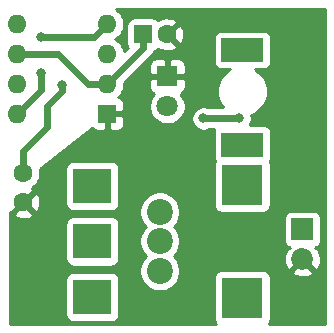
<source format=gbr>
%TF.GenerationSoftware,KiCad,Pcbnew,(5.1.9)-1*%
%TF.CreationDate,2021-03-03T01:22:35+00:00*%
%TF.ProjectId,555 Timer,35353520-5469-46d6-9572-2e6b69636164,rev?*%
%TF.SameCoordinates,Original*%
%TF.FileFunction,Copper,L2,Bot*%
%TF.FilePolarity,Positive*%
%FSLAX46Y46*%
G04 Gerber Fmt 4.6, Leading zero omitted, Abs format (unit mm)*
G04 Created by KiCad (PCBNEW (5.1.9)-1) date 2021-03-03 01:22:35*
%MOMM*%
%LPD*%
G01*
G04 APERTURE LIST*
%TA.AperFunction,ComponentPad*%
%ADD10C,1.600000*%
%TD*%
%TA.AperFunction,ComponentPad*%
%ADD11R,1.600000X1.600000*%
%TD*%
%TA.AperFunction,ComponentPad*%
%ADD12C,1.850000*%
%TD*%
%TA.AperFunction,ComponentPad*%
%ADD13R,1.850000X1.850000*%
%TD*%
%TA.AperFunction,ComponentPad*%
%ADD14C,2.200000*%
%TD*%
%TA.AperFunction,ComponentPad*%
%ADD15R,3.500000X3.500000*%
%TD*%
%TA.AperFunction,ComponentPad*%
%ADD16O,1.600000X1.600000*%
%TD*%
%TA.AperFunction,ComponentPad*%
%ADD17R,3.300000X3.000000*%
%TD*%
%TA.AperFunction,ComponentPad*%
%ADD18R,3.600000X2.000000*%
%TD*%
%TA.AperFunction,ComponentPad*%
%ADD19R,1.800000X1.800000*%
%TD*%
%TA.AperFunction,ComponentPad*%
%ADD20C,1.800000*%
%TD*%
%TA.AperFunction,ViaPad*%
%ADD21C,0.800000*%
%TD*%
%TA.AperFunction,Conductor*%
%ADD22C,0.600000*%
%TD*%
%TA.AperFunction,Conductor*%
%ADD23C,0.254000*%
%TD*%
%TA.AperFunction,Conductor*%
%ADD24C,0.100000*%
%TD*%
G04 APERTURE END LIST*
D10*
%TO.P,C2,2*%
%TO.N,GND*%
X140938000Y-78994000D03*
D11*
%TO.P,C2,1*%
%TO.N,Net-(C2-Pad1)*%
X138938000Y-78994000D03*
%TD*%
D12*
%TO.P,J1,2*%
%TO.N,GND*%
X152400000Y-98004000D03*
D13*
%TO.P,J1,1*%
%TO.N,Net-(J1-Pad1)*%
X152400000Y-95504000D03*
%TD*%
D14*
%TO.P,RV1,3*%
%TO.N,Net-(RV1-Pad3)*%
X140320000Y-99020000D03*
%TO.P,RV1,2*%
%TO.N,Net-(C2-Pad1)*%
X140320000Y-96520000D03*
%TO.P,RV1,1*%
%TO.N,Net-(R1-Pad2)*%
X140320000Y-94020000D03*
D15*
%TO.P,RV1,0*%
%TO.N,N/C*%
X147320000Y-101320000D03*
X147320000Y-91720000D03*
%TD*%
D11*
%TO.P,U1,1*%
%TO.N,GND*%
X135890000Y-85725000D03*
D16*
%TO.P,U1,5*%
%TO.N,Net-(C1-Pad2)*%
X128270000Y-78105000D03*
%TO.P,U1,2*%
%TO.N,Net-(C2-Pad1)*%
X135890000Y-83185000D03*
%TO.P,U1,6*%
X128270000Y-80645000D03*
%TO.P,U1,3*%
%TO.N,Net-(J2-Pad1)*%
X135890000Y-80645000D03*
%TO.P,U1,7*%
%TO.N,Net-(R1-Pad2)*%
X128270000Y-83185000D03*
%TO.P,U1,4*%
%TO.N,+5V*%
X135890000Y-78105000D03*
%TO.P,U1,8*%
X128270000Y-85725000D03*
%TD*%
D17*
%TO.P,SW1,3*%
%TO.N,Net-(SW1-Pad3)*%
X134620000Y-91820000D03*
%TO.P,SW1,2*%
%TO.N,Net-(J1-Pad1)*%
X134620000Y-96520000D03*
%TO.P,SW1,1*%
%TO.N,+5V*%
X134620000Y-101220000D03*
%TD*%
D18*
%TO.P,J2,2*%
%TO.N,Net-(J2-Pad2)*%
X147320000Y-80320000D03*
%TO.P,J2,1*%
%TO.N,Net-(J2-Pad1)*%
X147320000Y-88320000D03*
%TD*%
D19*
%TO.P,D1,1*%
%TO.N,GND*%
X140970000Y-82550000D03*
D20*
%TO.P,D1,2*%
%TO.N,Net-(D1-Pad2)*%
X140970000Y-85090000D03*
%TD*%
D10*
%TO.P,C1,1*%
%TO.N,GND*%
X128778000Y-93218000D03*
%TO.P,C1,2*%
%TO.N,Net-(C1-Pad2)*%
X128778000Y-90718000D03*
%TD*%
D21*
%TO.N,GND*%
X151130000Y-77470000D03*
%TO.N,Net-(D1-Pad2)*%
X147066000Y-86106000D03*
X144018016Y-86106000D03*
%TO.N,+5V*%
X130302000Y-82296000D03*
X130302000Y-79248000D03*
%TO.N,Net-(C1-Pad2)*%
X132080000Y-83312000D03*
%TD*%
D22*
%TO.N,Net-(C2-Pad1)*%
X134239000Y-83185000D02*
X134493000Y-83185000D01*
X134493000Y-83185000D02*
X135890000Y-83185000D01*
X131699000Y-80645000D02*
X134239000Y-83185000D01*
X128270000Y-80645000D02*
X131699000Y-80645000D01*
X138938000Y-80137000D02*
X138938000Y-79248000D01*
X135890000Y-83185000D02*
X138938000Y-80137000D01*
%TO.N,Net-(D1-Pad2)*%
X147066000Y-86106000D02*
X144018016Y-86106000D01*
%TO.N,+5V*%
X128270000Y-85725000D02*
X130302000Y-83693000D01*
X130302000Y-83693000D02*
X130302000Y-82296000D01*
X134747000Y-79248000D02*
X135890000Y-78105000D01*
X130302000Y-79248000D02*
X134747000Y-79248000D01*
%TO.N,Net-(C1-Pad2)*%
X128778000Y-88900000D02*
X130048000Y-87630000D01*
X128778000Y-90718000D02*
X128778000Y-88900000D01*
X130048000Y-87630000D02*
X130810000Y-86868000D01*
X130810000Y-86868000D02*
X130810000Y-85090000D01*
X132080000Y-83820000D02*
X132080000Y-83312000D01*
X130810000Y-85090000D02*
X132080000Y-83820000D01*
%TD*%
D23*
%TO.N,GND*%
X154280001Y-103480000D02*
X149554985Y-103480000D01*
X149600537Y-103424494D01*
X149659502Y-103314180D01*
X149695812Y-103194482D01*
X149708072Y-103070000D01*
X149708072Y-99570000D01*
X149695812Y-99445518D01*
X149659502Y-99325820D01*
X149600537Y-99215506D01*
X149521185Y-99118815D01*
X149481099Y-99085917D01*
X151497688Y-99085917D01*
X151584393Y-99342653D01*
X151861223Y-99476048D01*
X152158757Y-99552873D01*
X152465562Y-99570176D01*
X152769848Y-99527292D01*
X153059921Y-99425868D01*
X153215607Y-99342653D01*
X153302312Y-99085917D01*
X152400000Y-98183605D01*
X151497688Y-99085917D01*
X149481099Y-99085917D01*
X149424494Y-99039463D01*
X149314180Y-98980498D01*
X149194482Y-98944188D01*
X149070000Y-98931928D01*
X145570000Y-98931928D01*
X145445518Y-98944188D01*
X145325820Y-98980498D01*
X145215506Y-99039463D01*
X145118815Y-99118815D01*
X145039463Y-99215506D01*
X144980498Y-99325820D01*
X144944188Y-99445518D01*
X144931928Y-99570000D01*
X144931928Y-103070000D01*
X144944188Y-103194482D01*
X144980498Y-103314180D01*
X145039463Y-103424494D01*
X145085015Y-103480000D01*
X127660000Y-103480000D01*
X127660000Y-99720000D01*
X132331928Y-99720000D01*
X132331928Y-102720000D01*
X132344188Y-102844482D01*
X132380498Y-102964180D01*
X132439463Y-103074494D01*
X132518815Y-103171185D01*
X132615506Y-103250537D01*
X132725820Y-103309502D01*
X132845518Y-103345812D01*
X132970000Y-103358072D01*
X136270000Y-103358072D01*
X136394482Y-103345812D01*
X136514180Y-103309502D01*
X136624494Y-103250537D01*
X136721185Y-103171185D01*
X136800537Y-103074494D01*
X136859502Y-102964180D01*
X136895812Y-102844482D01*
X136908072Y-102720000D01*
X136908072Y-99720000D01*
X136895812Y-99595518D01*
X136859502Y-99475820D01*
X136800537Y-99365506D01*
X136721185Y-99268815D01*
X136624494Y-99189463D01*
X136514180Y-99130498D01*
X136394482Y-99094188D01*
X136270000Y-99081928D01*
X132970000Y-99081928D01*
X132845518Y-99094188D01*
X132725820Y-99130498D01*
X132615506Y-99189463D01*
X132518815Y-99268815D01*
X132439463Y-99365506D01*
X132380498Y-99475820D01*
X132344188Y-99595518D01*
X132331928Y-99720000D01*
X127660000Y-99720000D01*
X127660000Y-95020000D01*
X132331928Y-95020000D01*
X132331928Y-98020000D01*
X132344188Y-98144482D01*
X132380498Y-98264180D01*
X132439463Y-98374494D01*
X132518815Y-98471185D01*
X132615506Y-98550537D01*
X132725820Y-98609502D01*
X132845518Y-98645812D01*
X132970000Y-98658072D01*
X136270000Y-98658072D01*
X136394482Y-98645812D01*
X136514180Y-98609502D01*
X136624494Y-98550537D01*
X136721185Y-98471185D01*
X136800537Y-98374494D01*
X136859502Y-98264180D01*
X136895812Y-98144482D01*
X136908072Y-98020000D01*
X136908072Y-95020000D01*
X136895812Y-94895518D01*
X136859502Y-94775820D01*
X136800537Y-94665506D01*
X136721185Y-94568815D01*
X136624494Y-94489463D01*
X136514180Y-94430498D01*
X136394482Y-94394188D01*
X136270000Y-94381928D01*
X132970000Y-94381928D01*
X132845518Y-94394188D01*
X132725820Y-94430498D01*
X132615506Y-94489463D01*
X132518815Y-94568815D01*
X132439463Y-94665506D01*
X132380498Y-94775820D01*
X132344188Y-94895518D01*
X132331928Y-95020000D01*
X127660000Y-95020000D01*
X127660000Y-94210702D01*
X127964903Y-94210702D01*
X128036486Y-94454671D01*
X128291996Y-94575571D01*
X128566184Y-94644300D01*
X128848512Y-94658217D01*
X129128130Y-94616787D01*
X129394292Y-94521603D01*
X129519514Y-94454671D01*
X129591097Y-94210702D01*
X128778000Y-93397605D01*
X127964903Y-94210702D01*
X127660000Y-94210702D01*
X127660000Y-93994333D01*
X127785298Y-94031097D01*
X128598395Y-93218000D01*
X128957605Y-93218000D01*
X129770702Y-94031097D01*
X130014671Y-93959514D01*
X130135571Y-93704004D01*
X130204300Y-93429816D01*
X130218217Y-93147488D01*
X130176787Y-92867870D01*
X130081603Y-92601708D01*
X130014671Y-92476486D01*
X129770702Y-92404903D01*
X128957605Y-93218000D01*
X128598395Y-93218000D01*
X128584253Y-93203858D01*
X128763858Y-93024253D01*
X128778000Y-93038395D01*
X129591097Y-92225298D01*
X129519514Y-91981329D01*
X129490659Y-91967676D01*
X129692759Y-91832637D01*
X129892637Y-91632759D01*
X130049680Y-91397727D01*
X130157853Y-91136574D01*
X130213000Y-90859335D01*
X130213000Y-90576665D01*
X130173493Y-90378053D01*
X130247378Y-90320000D01*
X132331928Y-90320000D01*
X132331928Y-93320000D01*
X132344188Y-93444482D01*
X132380498Y-93564180D01*
X132439463Y-93674494D01*
X132518815Y-93771185D01*
X132615506Y-93850537D01*
X132725820Y-93909502D01*
X132845518Y-93945812D01*
X132970000Y-93958072D01*
X136270000Y-93958072D01*
X136394482Y-93945812D01*
X136514180Y-93909502D01*
X136624494Y-93850537D01*
X136626224Y-93849117D01*
X138585000Y-93849117D01*
X138585000Y-94190883D01*
X138651675Y-94526081D01*
X138782463Y-94841831D01*
X138972337Y-95125998D01*
X139116339Y-95270000D01*
X138972337Y-95414002D01*
X138782463Y-95698169D01*
X138651675Y-96013919D01*
X138585000Y-96349117D01*
X138585000Y-96690883D01*
X138651675Y-97026081D01*
X138782463Y-97341831D01*
X138972337Y-97625998D01*
X139116339Y-97770000D01*
X138972337Y-97914002D01*
X138782463Y-98198169D01*
X138651675Y-98513919D01*
X138585000Y-98849117D01*
X138585000Y-99190883D01*
X138651675Y-99526081D01*
X138782463Y-99841831D01*
X138972337Y-100125998D01*
X139214002Y-100367663D01*
X139498169Y-100557537D01*
X139813919Y-100688325D01*
X140149117Y-100755000D01*
X140490883Y-100755000D01*
X140826081Y-100688325D01*
X141141831Y-100557537D01*
X141425998Y-100367663D01*
X141667663Y-100125998D01*
X141857537Y-99841831D01*
X141988325Y-99526081D01*
X142055000Y-99190883D01*
X142055000Y-98849117D01*
X141988325Y-98513919D01*
X141857537Y-98198169D01*
X141771605Y-98069562D01*
X150833824Y-98069562D01*
X150876708Y-98373848D01*
X150978132Y-98663921D01*
X151061347Y-98819607D01*
X151318083Y-98906312D01*
X152220395Y-98004000D01*
X152206253Y-97989858D01*
X152385858Y-97810253D01*
X152400000Y-97824395D01*
X152414143Y-97810253D01*
X152593748Y-97989858D01*
X152579605Y-98004000D01*
X153481917Y-98906312D01*
X153738653Y-98819607D01*
X153872048Y-98542777D01*
X153948873Y-98245243D01*
X153966176Y-97938438D01*
X153923292Y-97634152D01*
X153821868Y-97344079D01*
X153738653Y-97188393D01*
X153481919Y-97101689D01*
X153563332Y-97020276D01*
X153569180Y-97018502D01*
X153679494Y-96959537D01*
X153776185Y-96880185D01*
X153855537Y-96783494D01*
X153914502Y-96673180D01*
X153950812Y-96553482D01*
X153963072Y-96429000D01*
X153963072Y-94579000D01*
X153950812Y-94454518D01*
X153914502Y-94334820D01*
X153855537Y-94224506D01*
X153776185Y-94127815D01*
X153679494Y-94048463D01*
X153569180Y-93989498D01*
X153449482Y-93953188D01*
X153325000Y-93940928D01*
X151475000Y-93940928D01*
X151350518Y-93953188D01*
X151230820Y-93989498D01*
X151120506Y-94048463D01*
X151023815Y-94127815D01*
X150944463Y-94224506D01*
X150885498Y-94334820D01*
X150849188Y-94454518D01*
X150836928Y-94579000D01*
X150836928Y-96429000D01*
X150849188Y-96553482D01*
X150885498Y-96673180D01*
X150944463Y-96783494D01*
X151023815Y-96880185D01*
X151120506Y-96959537D01*
X151230820Y-97018502D01*
X151236668Y-97020276D01*
X151318081Y-97101689D01*
X151061347Y-97188393D01*
X150927952Y-97465223D01*
X150851127Y-97762757D01*
X150833824Y-98069562D01*
X141771605Y-98069562D01*
X141667663Y-97914002D01*
X141523661Y-97770000D01*
X141667663Y-97625998D01*
X141857537Y-97341831D01*
X141988325Y-97026081D01*
X142055000Y-96690883D01*
X142055000Y-96349117D01*
X141988325Y-96013919D01*
X141857537Y-95698169D01*
X141667663Y-95414002D01*
X141523661Y-95270000D01*
X141667663Y-95125998D01*
X141857537Y-94841831D01*
X141988325Y-94526081D01*
X142055000Y-94190883D01*
X142055000Y-93849117D01*
X141988325Y-93513919D01*
X141857537Y-93198169D01*
X141667663Y-92914002D01*
X141425998Y-92672337D01*
X141141831Y-92482463D01*
X140826081Y-92351675D01*
X140490883Y-92285000D01*
X140149117Y-92285000D01*
X139813919Y-92351675D01*
X139498169Y-92482463D01*
X139214002Y-92672337D01*
X138972337Y-92914002D01*
X138782463Y-93198169D01*
X138651675Y-93513919D01*
X138585000Y-93849117D01*
X136626224Y-93849117D01*
X136721185Y-93771185D01*
X136800537Y-93674494D01*
X136859502Y-93564180D01*
X136895812Y-93444482D01*
X136908072Y-93320000D01*
X136908072Y-90320000D01*
X136895812Y-90195518D01*
X136859502Y-90075820D01*
X136800537Y-89965506D01*
X136721185Y-89868815D01*
X136624494Y-89789463D01*
X136514180Y-89730498D01*
X136394482Y-89694188D01*
X136270000Y-89681928D01*
X132970000Y-89681928D01*
X132845518Y-89694188D01*
X132725820Y-89730498D01*
X132615506Y-89789463D01*
X132518815Y-89868815D01*
X132439463Y-89965506D01*
X132380498Y-90075820D01*
X132344188Y-90195518D01*
X132331928Y-90320000D01*
X130247378Y-90320000D01*
X134585628Y-86911376D01*
X134638815Y-86976185D01*
X134735506Y-87055537D01*
X134845820Y-87114502D01*
X134965518Y-87150812D01*
X135090000Y-87163072D01*
X135604250Y-87160000D01*
X135763000Y-87001250D01*
X135763000Y-85986297D01*
X135933923Y-85852000D01*
X136017000Y-85852000D01*
X136017000Y-87001250D01*
X136175750Y-87160000D01*
X136690000Y-87163072D01*
X136814482Y-87150812D01*
X136934180Y-87114502D01*
X137044494Y-87055537D01*
X137141185Y-86976185D01*
X137220537Y-86879494D01*
X137279502Y-86769180D01*
X137315812Y-86649482D01*
X137328072Y-86525000D01*
X137325000Y-86010750D01*
X137166250Y-85852000D01*
X136017000Y-85852000D01*
X135933923Y-85852000D01*
X135968463Y-85824862D01*
X135986438Y-85807636D01*
X136000706Y-85787234D01*
X136010720Y-85764441D01*
X136016095Y-85740131D01*
X136017000Y-85725000D01*
X136017000Y-85598000D01*
X137166250Y-85598000D01*
X137325000Y-85439250D01*
X137328072Y-84925000D01*
X137315812Y-84800518D01*
X137279502Y-84680820D01*
X137220537Y-84570506D01*
X137141185Y-84473815D01*
X137044494Y-84394463D01*
X136934180Y-84335498D01*
X136814482Y-84299188D01*
X136806039Y-84298357D01*
X137004637Y-84099759D01*
X137161680Y-83864727D01*
X137269853Y-83603574D01*
X137300401Y-83450000D01*
X139431928Y-83450000D01*
X139444188Y-83574482D01*
X139480498Y-83694180D01*
X139539463Y-83804494D01*
X139618815Y-83901185D01*
X139715506Y-83980537D01*
X139825820Y-84039502D01*
X139844127Y-84045056D01*
X139777688Y-84111495D01*
X139609701Y-84362905D01*
X139493989Y-84642257D01*
X139435000Y-84938816D01*
X139435000Y-85241184D01*
X139493989Y-85537743D01*
X139609701Y-85817095D01*
X139777688Y-86068505D01*
X139991495Y-86282312D01*
X140242905Y-86450299D01*
X140522257Y-86566011D01*
X140818816Y-86625000D01*
X141121184Y-86625000D01*
X141417743Y-86566011D01*
X141697095Y-86450299D01*
X141948505Y-86282312D01*
X142162312Y-86068505D01*
X142205372Y-86004061D01*
X142983016Y-86004061D01*
X142983016Y-86207939D01*
X143022790Y-86407898D01*
X143100811Y-86596256D01*
X143214079Y-86765774D01*
X143358242Y-86909937D01*
X143527760Y-87023205D01*
X143716118Y-87101226D01*
X143916077Y-87141000D01*
X144119955Y-87141000D01*
X144319914Y-87101226D01*
X144465311Y-87041000D01*
X144949110Y-87041000D01*
X144930498Y-87075820D01*
X144894188Y-87195518D01*
X144881928Y-87320000D01*
X144881928Y-89320000D01*
X144894188Y-89444482D01*
X144930498Y-89564180D01*
X144989463Y-89674494D01*
X145000648Y-89688123D01*
X144980498Y-89725820D01*
X144944188Y-89845518D01*
X144931928Y-89970000D01*
X144931928Y-93470000D01*
X144944188Y-93594482D01*
X144980498Y-93714180D01*
X145039463Y-93824494D01*
X145118815Y-93921185D01*
X145215506Y-94000537D01*
X145325820Y-94059502D01*
X145445518Y-94095812D01*
X145570000Y-94108072D01*
X149070000Y-94108072D01*
X149194482Y-94095812D01*
X149314180Y-94059502D01*
X149424494Y-94000537D01*
X149521185Y-93921185D01*
X149600537Y-93824494D01*
X149659502Y-93714180D01*
X149695812Y-93594482D01*
X149708072Y-93470000D01*
X149708072Y-89970000D01*
X149695812Y-89845518D01*
X149659502Y-89725820D01*
X149639352Y-89688123D01*
X149650537Y-89674494D01*
X149709502Y-89564180D01*
X149745812Y-89444482D01*
X149758072Y-89320000D01*
X149758072Y-87320000D01*
X149745812Y-87195518D01*
X149709502Y-87075820D01*
X149650537Y-86965506D01*
X149571185Y-86868815D01*
X149474494Y-86789463D01*
X149364180Y-86730498D01*
X149244482Y-86694188D01*
X149120000Y-86681928D01*
X147925961Y-86681928D01*
X147983205Y-86596256D01*
X148061226Y-86407898D01*
X148101000Y-86207939D01*
X148101000Y-86004061D01*
X148064861Y-85822376D01*
X148331302Y-85712012D01*
X148680983Y-85478363D01*
X148978363Y-85180983D01*
X149212012Y-84831302D01*
X149372953Y-84442756D01*
X149455000Y-84030279D01*
X149455000Y-83609721D01*
X149372953Y-83197244D01*
X149212012Y-82808698D01*
X148978363Y-82459017D01*
X148680983Y-82161637D01*
X148376326Y-81958072D01*
X149120000Y-81958072D01*
X149244482Y-81945812D01*
X149364180Y-81909502D01*
X149474494Y-81850537D01*
X149571185Y-81771185D01*
X149650537Y-81674494D01*
X149709502Y-81564180D01*
X149745812Y-81444482D01*
X149758072Y-81320000D01*
X149758072Y-79320000D01*
X149745812Y-79195518D01*
X149709502Y-79075820D01*
X149650537Y-78965506D01*
X149571185Y-78868815D01*
X149474494Y-78789463D01*
X149364180Y-78730498D01*
X149244482Y-78694188D01*
X149120000Y-78681928D01*
X145520000Y-78681928D01*
X145395518Y-78694188D01*
X145275820Y-78730498D01*
X145165506Y-78789463D01*
X145068815Y-78868815D01*
X144989463Y-78965506D01*
X144930498Y-79075820D01*
X144894188Y-79195518D01*
X144881928Y-79320000D01*
X144881928Y-81320000D01*
X144894188Y-81444482D01*
X144930498Y-81564180D01*
X144989463Y-81674494D01*
X145068815Y-81771185D01*
X145165506Y-81850537D01*
X145275820Y-81909502D01*
X145395518Y-81945812D01*
X145520000Y-81958072D01*
X146263674Y-81958072D01*
X145959017Y-82161637D01*
X145661637Y-82459017D01*
X145427988Y-82808698D01*
X145267047Y-83197244D01*
X145185000Y-83609721D01*
X145185000Y-84030279D01*
X145267047Y-84442756D01*
X145427988Y-84831302D01*
X145654967Y-85171000D01*
X144465311Y-85171000D01*
X144319914Y-85110774D01*
X144119955Y-85071000D01*
X143916077Y-85071000D01*
X143716118Y-85110774D01*
X143527760Y-85188795D01*
X143358242Y-85302063D01*
X143214079Y-85446226D01*
X143100811Y-85615744D01*
X143022790Y-85804102D01*
X142983016Y-86004061D01*
X142205372Y-86004061D01*
X142330299Y-85817095D01*
X142446011Y-85537743D01*
X142505000Y-85241184D01*
X142505000Y-84938816D01*
X142446011Y-84642257D01*
X142330299Y-84362905D01*
X142162312Y-84111495D01*
X142095873Y-84045056D01*
X142114180Y-84039502D01*
X142224494Y-83980537D01*
X142321185Y-83901185D01*
X142400537Y-83804494D01*
X142459502Y-83694180D01*
X142495812Y-83574482D01*
X142508072Y-83450000D01*
X142505000Y-82835750D01*
X142346250Y-82677000D01*
X141097000Y-82677000D01*
X141097000Y-82697000D01*
X140843000Y-82697000D01*
X140843000Y-82677000D01*
X139593750Y-82677000D01*
X139435000Y-82835750D01*
X139431928Y-83450000D01*
X137300401Y-83450000D01*
X137325000Y-83326335D01*
X137325000Y-83072289D01*
X138747289Y-81650000D01*
X139431928Y-81650000D01*
X139435000Y-82264250D01*
X139593750Y-82423000D01*
X140843000Y-82423000D01*
X140843000Y-81173750D01*
X141097000Y-81173750D01*
X141097000Y-82423000D01*
X142346250Y-82423000D01*
X142505000Y-82264250D01*
X142508072Y-81650000D01*
X142495812Y-81525518D01*
X142459502Y-81405820D01*
X142400537Y-81295506D01*
X142321185Y-81198815D01*
X142224494Y-81119463D01*
X142114180Y-81060498D01*
X141994482Y-81024188D01*
X141870000Y-81011928D01*
X141255750Y-81015000D01*
X141097000Y-81173750D01*
X140843000Y-81173750D01*
X140684250Y-81015000D01*
X140070000Y-81011928D01*
X139945518Y-81024188D01*
X139825820Y-81060498D01*
X139715506Y-81119463D01*
X139618815Y-81198815D01*
X139539463Y-81295506D01*
X139480498Y-81405820D01*
X139444188Y-81525518D01*
X139431928Y-81650000D01*
X138747289Y-81650000D01*
X139566660Y-80830629D01*
X139602344Y-80801344D01*
X139719186Y-80658972D01*
X139806007Y-80496540D01*
X139828260Y-80423182D01*
X139862482Y-80419812D01*
X139982180Y-80383502D01*
X140092494Y-80324537D01*
X140189185Y-80245185D01*
X140199807Y-80232242D01*
X140451996Y-80351571D01*
X140726184Y-80420300D01*
X141008512Y-80434217D01*
X141288130Y-80392787D01*
X141554292Y-80297603D01*
X141679514Y-80230671D01*
X141751097Y-79986702D01*
X140938000Y-79173605D01*
X140923858Y-79187748D01*
X140744253Y-79008143D01*
X140758395Y-78994000D01*
X141117605Y-78994000D01*
X141930702Y-79807097D01*
X142174671Y-79735514D01*
X142295571Y-79480004D01*
X142364300Y-79205816D01*
X142378217Y-78923488D01*
X142336787Y-78643870D01*
X142241603Y-78377708D01*
X142174671Y-78252486D01*
X141930702Y-78180903D01*
X141117605Y-78994000D01*
X140758395Y-78994000D01*
X140744253Y-78979858D01*
X140923858Y-78800253D01*
X140938000Y-78814395D01*
X141751097Y-78001298D01*
X141679514Y-77757329D01*
X141424004Y-77636429D01*
X141149816Y-77567700D01*
X140867488Y-77553783D01*
X140587870Y-77595213D01*
X140321708Y-77690397D01*
X140199691Y-77755616D01*
X140189185Y-77742815D01*
X140092494Y-77663463D01*
X139982180Y-77604498D01*
X139862482Y-77568188D01*
X139738000Y-77555928D01*
X138138000Y-77555928D01*
X138013518Y-77568188D01*
X137893820Y-77604498D01*
X137783506Y-77663463D01*
X137686815Y-77742815D01*
X137607463Y-77839506D01*
X137548498Y-77949820D01*
X137512188Y-78069518D01*
X137499928Y-78194000D01*
X137499928Y-79794000D01*
X137512188Y-79918482D01*
X137548498Y-80038180D01*
X137606332Y-80146379D01*
X137312398Y-80440313D01*
X137269853Y-80226426D01*
X137161680Y-79965273D01*
X137004637Y-79730241D01*
X136804759Y-79530363D01*
X136572241Y-79375000D01*
X136804759Y-79219637D01*
X137004637Y-79019759D01*
X137161680Y-78784727D01*
X137269853Y-78523574D01*
X137325000Y-78246335D01*
X137325000Y-77963665D01*
X137269853Y-77686426D01*
X137161680Y-77425273D01*
X137004637Y-77190241D01*
X136804759Y-76990363D01*
X136609657Y-76860000D01*
X154280000Y-76860000D01*
X154280001Y-103480000D01*
%TA.AperFunction,Conductor*%
D24*
G36*
X154280001Y-103480000D02*
G01*
X149554985Y-103480000D01*
X149600537Y-103424494D01*
X149659502Y-103314180D01*
X149695812Y-103194482D01*
X149708072Y-103070000D01*
X149708072Y-99570000D01*
X149695812Y-99445518D01*
X149659502Y-99325820D01*
X149600537Y-99215506D01*
X149521185Y-99118815D01*
X149481099Y-99085917D01*
X151497688Y-99085917D01*
X151584393Y-99342653D01*
X151861223Y-99476048D01*
X152158757Y-99552873D01*
X152465562Y-99570176D01*
X152769848Y-99527292D01*
X153059921Y-99425868D01*
X153215607Y-99342653D01*
X153302312Y-99085917D01*
X152400000Y-98183605D01*
X151497688Y-99085917D01*
X149481099Y-99085917D01*
X149424494Y-99039463D01*
X149314180Y-98980498D01*
X149194482Y-98944188D01*
X149070000Y-98931928D01*
X145570000Y-98931928D01*
X145445518Y-98944188D01*
X145325820Y-98980498D01*
X145215506Y-99039463D01*
X145118815Y-99118815D01*
X145039463Y-99215506D01*
X144980498Y-99325820D01*
X144944188Y-99445518D01*
X144931928Y-99570000D01*
X144931928Y-103070000D01*
X144944188Y-103194482D01*
X144980498Y-103314180D01*
X145039463Y-103424494D01*
X145085015Y-103480000D01*
X127660000Y-103480000D01*
X127660000Y-99720000D01*
X132331928Y-99720000D01*
X132331928Y-102720000D01*
X132344188Y-102844482D01*
X132380498Y-102964180D01*
X132439463Y-103074494D01*
X132518815Y-103171185D01*
X132615506Y-103250537D01*
X132725820Y-103309502D01*
X132845518Y-103345812D01*
X132970000Y-103358072D01*
X136270000Y-103358072D01*
X136394482Y-103345812D01*
X136514180Y-103309502D01*
X136624494Y-103250537D01*
X136721185Y-103171185D01*
X136800537Y-103074494D01*
X136859502Y-102964180D01*
X136895812Y-102844482D01*
X136908072Y-102720000D01*
X136908072Y-99720000D01*
X136895812Y-99595518D01*
X136859502Y-99475820D01*
X136800537Y-99365506D01*
X136721185Y-99268815D01*
X136624494Y-99189463D01*
X136514180Y-99130498D01*
X136394482Y-99094188D01*
X136270000Y-99081928D01*
X132970000Y-99081928D01*
X132845518Y-99094188D01*
X132725820Y-99130498D01*
X132615506Y-99189463D01*
X132518815Y-99268815D01*
X132439463Y-99365506D01*
X132380498Y-99475820D01*
X132344188Y-99595518D01*
X132331928Y-99720000D01*
X127660000Y-99720000D01*
X127660000Y-95020000D01*
X132331928Y-95020000D01*
X132331928Y-98020000D01*
X132344188Y-98144482D01*
X132380498Y-98264180D01*
X132439463Y-98374494D01*
X132518815Y-98471185D01*
X132615506Y-98550537D01*
X132725820Y-98609502D01*
X132845518Y-98645812D01*
X132970000Y-98658072D01*
X136270000Y-98658072D01*
X136394482Y-98645812D01*
X136514180Y-98609502D01*
X136624494Y-98550537D01*
X136721185Y-98471185D01*
X136800537Y-98374494D01*
X136859502Y-98264180D01*
X136895812Y-98144482D01*
X136908072Y-98020000D01*
X136908072Y-95020000D01*
X136895812Y-94895518D01*
X136859502Y-94775820D01*
X136800537Y-94665506D01*
X136721185Y-94568815D01*
X136624494Y-94489463D01*
X136514180Y-94430498D01*
X136394482Y-94394188D01*
X136270000Y-94381928D01*
X132970000Y-94381928D01*
X132845518Y-94394188D01*
X132725820Y-94430498D01*
X132615506Y-94489463D01*
X132518815Y-94568815D01*
X132439463Y-94665506D01*
X132380498Y-94775820D01*
X132344188Y-94895518D01*
X132331928Y-95020000D01*
X127660000Y-95020000D01*
X127660000Y-94210702D01*
X127964903Y-94210702D01*
X128036486Y-94454671D01*
X128291996Y-94575571D01*
X128566184Y-94644300D01*
X128848512Y-94658217D01*
X129128130Y-94616787D01*
X129394292Y-94521603D01*
X129519514Y-94454671D01*
X129591097Y-94210702D01*
X128778000Y-93397605D01*
X127964903Y-94210702D01*
X127660000Y-94210702D01*
X127660000Y-93994333D01*
X127785298Y-94031097D01*
X128598395Y-93218000D01*
X128957605Y-93218000D01*
X129770702Y-94031097D01*
X130014671Y-93959514D01*
X130135571Y-93704004D01*
X130204300Y-93429816D01*
X130218217Y-93147488D01*
X130176787Y-92867870D01*
X130081603Y-92601708D01*
X130014671Y-92476486D01*
X129770702Y-92404903D01*
X128957605Y-93218000D01*
X128598395Y-93218000D01*
X128584253Y-93203858D01*
X128763858Y-93024253D01*
X128778000Y-93038395D01*
X129591097Y-92225298D01*
X129519514Y-91981329D01*
X129490659Y-91967676D01*
X129692759Y-91832637D01*
X129892637Y-91632759D01*
X130049680Y-91397727D01*
X130157853Y-91136574D01*
X130213000Y-90859335D01*
X130213000Y-90576665D01*
X130173493Y-90378053D01*
X130247378Y-90320000D01*
X132331928Y-90320000D01*
X132331928Y-93320000D01*
X132344188Y-93444482D01*
X132380498Y-93564180D01*
X132439463Y-93674494D01*
X132518815Y-93771185D01*
X132615506Y-93850537D01*
X132725820Y-93909502D01*
X132845518Y-93945812D01*
X132970000Y-93958072D01*
X136270000Y-93958072D01*
X136394482Y-93945812D01*
X136514180Y-93909502D01*
X136624494Y-93850537D01*
X136626224Y-93849117D01*
X138585000Y-93849117D01*
X138585000Y-94190883D01*
X138651675Y-94526081D01*
X138782463Y-94841831D01*
X138972337Y-95125998D01*
X139116339Y-95270000D01*
X138972337Y-95414002D01*
X138782463Y-95698169D01*
X138651675Y-96013919D01*
X138585000Y-96349117D01*
X138585000Y-96690883D01*
X138651675Y-97026081D01*
X138782463Y-97341831D01*
X138972337Y-97625998D01*
X139116339Y-97770000D01*
X138972337Y-97914002D01*
X138782463Y-98198169D01*
X138651675Y-98513919D01*
X138585000Y-98849117D01*
X138585000Y-99190883D01*
X138651675Y-99526081D01*
X138782463Y-99841831D01*
X138972337Y-100125998D01*
X139214002Y-100367663D01*
X139498169Y-100557537D01*
X139813919Y-100688325D01*
X140149117Y-100755000D01*
X140490883Y-100755000D01*
X140826081Y-100688325D01*
X141141831Y-100557537D01*
X141425998Y-100367663D01*
X141667663Y-100125998D01*
X141857537Y-99841831D01*
X141988325Y-99526081D01*
X142055000Y-99190883D01*
X142055000Y-98849117D01*
X141988325Y-98513919D01*
X141857537Y-98198169D01*
X141771605Y-98069562D01*
X150833824Y-98069562D01*
X150876708Y-98373848D01*
X150978132Y-98663921D01*
X151061347Y-98819607D01*
X151318083Y-98906312D01*
X152220395Y-98004000D01*
X152206253Y-97989858D01*
X152385858Y-97810253D01*
X152400000Y-97824395D01*
X152414143Y-97810253D01*
X152593748Y-97989858D01*
X152579605Y-98004000D01*
X153481917Y-98906312D01*
X153738653Y-98819607D01*
X153872048Y-98542777D01*
X153948873Y-98245243D01*
X153966176Y-97938438D01*
X153923292Y-97634152D01*
X153821868Y-97344079D01*
X153738653Y-97188393D01*
X153481919Y-97101689D01*
X153563332Y-97020276D01*
X153569180Y-97018502D01*
X153679494Y-96959537D01*
X153776185Y-96880185D01*
X153855537Y-96783494D01*
X153914502Y-96673180D01*
X153950812Y-96553482D01*
X153963072Y-96429000D01*
X153963072Y-94579000D01*
X153950812Y-94454518D01*
X153914502Y-94334820D01*
X153855537Y-94224506D01*
X153776185Y-94127815D01*
X153679494Y-94048463D01*
X153569180Y-93989498D01*
X153449482Y-93953188D01*
X153325000Y-93940928D01*
X151475000Y-93940928D01*
X151350518Y-93953188D01*
X151230820Y-93989498D01*
X151120506Y-94048463D01*
X151023815Y-94127815D01*
X150944463Y-94224506D01*
X150885498Y-94334820D01*
X150849188Y-94454518D01*
X150836928Y-94579000D01*
X150836928Y-96429000D01*
X150849188Y-96553482D01*
X150885498Y-96673180D01*
X150944463Y-96783494D01*
X151023815Y-96880185D01*
X151120506Y-96959537D01*
X151230820Y-97018502D01*
X151236668Y-97020276D01*
X151318081Y-97101689D01*
X151061347Y-97188393D01*
X150927952Y-97465223D01*
X150851127Y-97762757D01*
X150833824Y-98069562D01*
X141771605Y-98069562D01*
X141667663Y-97914002D01*
X141523661Y-97770000D01*
X141667663Y-97625998D01*
X141857537Y-97341831D01*
X141988325Y-97026081D01*
X142055000Y-96690883D01*
X142055000Y-96349117D01*
X141988325Y-96013919D01*
X141857537Y-95698169D01*
X141667663Y-95414002D01*
X141523661Y-95270000D01*
X141667663Y-95125998D01*
X141857537Y-94841831D01*
X141988325Y-94526081D01*
X142055000Y-94190883D01*
X142055000Y-93849117D01*
X141988325Y-93513919D01*
X141857537Y-93198169D01*
X141667663Y-92914002D01*
X141425998Y-92672337D01*
X141141831Y-92482463D01*
X140826081Y-92351675D01*
X140490883Y-92285000D01*
X140149117Y-92285000D01*
X139813919Y-92351675D01*
X139498169Y-92482463D01*
X139214002Y-92672337D01*
X138972337Y-92914002D01*
X138782463Y-93198169D01*
X138651675Y-93513919D01*
X138585000Y-93849117D01*
X136626224Y-93849117D01*
X136721185Y-93771185D01*
X136800537Y-93674494D01*
X136859502Y-93564180D01*
X136895812Y-93444482D01*
X136908072Y-93320000D01*
X136908072Y-90320000D01*
X136895812Y-90195518D01*
X136859502Y-90075820D01*
X136800537Y-89965506D01*
X136721185Y-89868815D01*
X136624494Y-89789463D01*
X136514180Y-89730498D01*
X136394482Y-89694188D01*
X136270000Y-89681928D01*
X132970000Y-89681928D01*
X132845518Y-89694188D01*
X132725820Y-89730498D01*
X132615506Y-89789463D01*
X132518815Y-89868815D01*
X132439463Y-89965506D01*
X132380498Y-90075820D01*
X132344188Y-90195518D01*
X132331928Y-90320000D01*
X130247378Y-90320000D01*
X134585628Y-86911376D01*
X134638815Y-86976185D01*
X134735506Y-87055537D01*
X134845820Y-87114502D01*
X134965518Y-87150812D01*
X135090000Y-87163072D01*
X135604250Y-87160000D01*
X135763000Y-87001250D01*
X135763000Y-85986297D01*
X135933923Y-85852000D01*
X136017000Y-85852000D01*
X136017000Y-87001250D01*
X136175750Y-87160000D01*
X136690000Y-87163072D01*
X136814482Y-87150812D01*
X136934180Y-87114502D01*
X137044494Y-87055537D01*
X137141185Y-86976185D01*
X137220537Y-86879494D01*
X137279502Y-86769180D01*
X137315812Y-86649482D01*
X137328072Y-86525000D01*
X137325000Y-86010750D01*
X137166250Y-85852000D01*
X136017000Y-85852000D01*
X135933923Y-85852000D01*
X135968463Y-85824862D01*
X135986438Y-85807636D01*
X136000706Y-85787234D01*
X136010720Y-85764441D01*
X136016095Y-85740131D01*
X136017000Y-85725000D01*
X136017000Y-85598000D01*
X137166250Y-85598000D01*
X137325000Y-85439250D01*
X137328072Y-84925000D01*
X137315812Y-84800518D01*
X137279502Y-84680820D01*
X137220537Y-84570506D01*
X137141185Y-84473815D01*
X137044494Y-84394463D01*
X136934180Y-84335498D01*
X136814482Y-84299188D01*
X136806039Y-84298357D01*
X137004637Y-84099759D01*
X137161680Y-83864727D01*
X137269853Y-83603574D01*
X137300401Y-83450000D01*
X139431928Y-83450000D01*
X139444188Y-83574482D01*
X139480498Y-83694180D01*
X139539463Y-83804494D01*
X139618815Y-83901185D01*
X139715506Y-83980537D01*
X139825820Y-84039502D01*
X139844127Y-84045056D01*
X139777688Y-84111495D01*
X139609701Y-84362905D01*
X139493989Y-84642257D01*
X139435000Y-84938816D01*
X139435000Y-85241184D01*
X139493989Y-85537743D01*
X139609701Y-85817095D01*
X139777688Y-86068505D01*
X139991495Y-86282312D01*
X140242905Y-86450299D01*
X140522257Y-86566011D01*
X140818816Y-86625000D01*
X141121184Y-86625000D01*
X141417743Y-86566011D01*
X141697095Y-86450299D01*
X141948505Y-86282312D01*
X142162312Y-86068505D01*
X142205372Y-86004061D01*
X142983016Y-86004061D01*
X142983016Y-86207939D01*
X143022790Y-86407898D01*
X143100811Y-86596256D01*
X143214079Y-86765774D01*
X143358242Y-86909937D01*
X143527760Y-87023205D01*
X143716118Y-87101226D01*
X143916077Y-87141000D01*
X144119955Y-87141000D01*
X144319914Y-87101226D01*
X144465311Y-87041000D01*
X144949110Y-87041000D01*
X144930498Y-87075820D01*
X144894188Y-87195518D01*
X144881928Y-87320000D01*
X144881928Y-89320000D01*
X144894188Y-89444482D01*
X144930498Y-89564180D01*
X144989463Y-89674494D01*
X145000648Y-89688123D01*
X144980498Y-89725820D01*
X144944188Y-89845518D01*
X144931928Y-89970000D01*
X144931928Y-93470000D01*
X144944188Y-93594482D01*
X144980498Y-93714180D01*
X145039463Y-93824494D01*
X145118815Y-93921185D01*
X145215506Y-94000537D01*
X145325820Y-94059502D01*
X145445518Y-94095812D01*
X145570000Y-94108072D01*
X149070000Y-94108072D01*
X149194482Y-94095812D01*
X149314180Y-94059502D01*
X149424494Y-94000537D01*
X149521185Y-93921185D01*
X149600537Y-93824494D01*
X149659502Y-93714180D01*
X149695812Y-93594482D01*
X149708072Y-93470000D01*
X149708072Y-89970000D01*
X149695812Y-89845518D01*
X149659502Y-89725820D01*
X149639352Y-89688123D01*
X149650537Y-89674494D01*
X149709502Y-89564180D01*
X149745812Y-89444482D01*
X149758072Y-89320000D01*
X149758072Y-87320000D01*
X149745812Y-87195518D01*
X149709502Y-87075820D01*
X149650537Y-86965506D01*
X149571185Y-86868815D01*
X149474494Y-86789463D01*
X149364180Y-86730498D01*
X149244482Y-86694188D01*
X149120000Y-86681928D01*
X147925961Y-86681928D01*
X147983205Y-86596256D01*
X148061226Y-86407898D01*
X148101000Y-86207939D01*
X148101000Y-86004061D01*
X148064861Y-85822376D01*
X148331302Y-85712012D01*
X148680983Y-85478363D01*
X148978363Y-85180983D01*
X149212012Y-84831302D01*
X149372953Y-84442756D01*
X149455000Y-84030279D01*
X149455000Y-83609721D01*
X149372953Y-83197244D01*
X149212012Y-82808698D01*
X148978363Y-82459017D01*
X148680983Y-82161637D01*
X148376326Y-81958072D01*
X149120000Y-81958072D01*
X149244482Y-81945812D01*
X149364180Y-81909502D01*
X149474494Y-81850537D01*
X149571185Y-81771185D01*
X149650537Y-81674494D01*
X149709502Y-81564180D01*
X149745812Y-81444482D01*
X149758072Y-81320000D01*
X149758072Y-79320000D01*
X149745812Y-79195518D01*
X149709502Y-79075820D01*
X149650537Y-78965506D01*
X149571185Y-78868815D01*
X149474494Y-78789463D01*
X149364180Y-78730498D01*
X149244482Y-78694188D01*
X149120000Y-78681928D01*
X145520000Y-78681928D01*
X145395518Y-78694188D01*
X145275820Y-78730498D01*
X145165506Y-78789463D01*
X145068815Y-78868815D01*
X144989463Y-78965506D01*
X144930498Y-79075820D01*
X144894188Y-79195518D01*
X144881928Y-79320000D01*
X144881928Y-81320000D01*
X144894188Y-81444482D01*
X144930498Y-81564180D01*
X144989463Y-81674494D01*
X145068815Y-81771185D01*
X145165506Y-81850537D01*
X145275820Y-81909502D01*
X145395518Y-81945812D01*
X145520000Y-81958072D01*
X146263674Y-81958072D01*
X145959017Y-82161637D01*
X145661637Y-82459017D01*
X145427988Y-82808698D01*
X145267047Y-83197244D01*
X145185000Y-83609721D01*
X145185000Y-84030279D01*
X145267047Y-84442756D01*
X145427988Y-84831302D01*
X145654967Y-85171000D01*
X144465311Y-85171000D01*
X144319914Y-85110774D01*
X144119955Y-85071000D01*
X143916077Y-85071000D01*
X143716118Y-85110774D01*
X143527760Y-85188795D01*
X143358242Y-85302063D01*
X143214079Y-85446226D01*
X143100811Y-85615744D01*
X143022790Y-85804102D01*
X142983016Y-86004061D01*
X142205372Y-86004061D01*
X142330299Y-85817095D01*
X142446011Y-85537743D01*
X142505000Y-85241184D01*
X142505000Y-84938816D01*
X142446011Y-84642257D01*
X142330299Y-84362905D01*
X142162312Y-84111495D01*
X142095873Y-84045056D01*
X142114180Y-84039502D01*
X142224494Y-83980537D01*
X142321185Y-83901185D01*
X142400537Y-83804494D01*
X142459502Y-83694180D01*
X142495812Y-83574482D01*
X142508072Y-83450000D01*
X142505000Y-82835750D01*
X142346250Y-82677000D01*
X141097000Y-82677000D01*
X141097000Y-82697000D01*
X140843000Y-82697000D01*
X140843000Y-82677000D01*
X139593750Y-82677000D01*
X139435000Y-82835750D01*
X139431928Y-83450000D01*
X137300401Y-83450000D01*
X137325000Y-83326335D01*
X137325000Y-83072289D01*
X138747289Y-81650000D01*
X139431928Y-81650000D01*
X139435000Y-82264250D01*
X139593750Y-82423000D01*
X140843000Y-82423000D01*
X140843000Y-81173750D01*
X141097000Y-81173750D01*
X141097000Y-82423000D01*
X142346250Y-82423000D01*
X142505000Y-82264250D01*
X142508072Y-81650000D01*
X142495812Y-81525518D01*
X142459502Y-81405820D01*
X142400537Y-81295506D01*
X142321185Y-81198815D01*
X142224494Y-81119463D01*
X142114180Y-81060498D01*
X141994482Y-81024188D01*
X141870000Y-81011928D01*
X141255750Y-81015000D01*
X141097000Y-81173750D01*
X140843000Y-81173750D01*
X140684250Y-81015000D01*
X140070000Y-81011928D01*
X139945518Y-81024188D01*
X139825820Y-81060498D01*
X139715506Y-81119463D01*
X139618815Y-81198815D01*
X139539463Y-81295506D01*
X139480498Y-81405820D01*
X139444188Y-81525518D01*
X139431928Y-81650000D01*
X138747289Y-81650000D01*
X139566660Y-80830629D01*
X139602344Y-80801344D01*
X139719186Y-80658972D01*
X139806007Y-80496540D01*
X139828260Y-80423182D01*
X139862482Y-80419812D01*
X139982180Y-80383502D01*
X140092494Y-80324537D01*
X140189185Y-80245185D01*
X140199807Y-80232242D01*
X140451996Y-80351571D01*
X140726184Y-80420300D01*
X141008512Y-80434217D01*
X141288130Y-80392787D01*
X141554292Y-80297603D01*
X141679514Y-80230671D01*
X141751097Y-79986702D01*
X140938000Y-79173605D01*
X140923858Y-79187748D01*
X140744253Y-79008143D01*
X140758395Y-78994000D01*
X141117605Y-78994000D01*
X141930702Y-79807097D01*
X142174671Y-79735514D01*
X142295571Y-79480004D01*
X142364300Y-79205816D01*
X142378217Y-78923488D01*
X142336787Y-78643870D01*
X142241603Y-78377708D01*
X142174671Y-78252486D01*
X141930702Y-78180903D01*
X141117605Y-78994000D01*
X140758395Y-78994000D01*
X140744253Y-78979858D01*
X140923858Y-78800253D01*
X140938000Y-78814395D01*
X141751097Y-78001298D01*
X141679514Y-77757329D01*
X141424004Y-77636429D01*
X141149816Y-77567700D01*
X140867488Y-77553783D01*
X140587870Y-77595213D01*
X140321708Y-77690397D01*
X140199691Y-77755616D01*
X140189185Y-77742815D01*
X140092494Y-77663463D01*
X139982180Y-77604498D01*
X139862482Y-77568188D01*
X139738000Y-77555928D01*
X138138000Y-77555928D01*
X138013518Y-77568188D01*
X137893820Y-77604498D01*
X137783506Y-77663463D01*
X137686815Y-77742815D01*
X137607463Y-77839506D01*
X137548498Y-77949820D01*
X137512188Y-78069518D01*
X137499928Y-78194000D01*
X137499928Y-79794000D01*
X137512188Y-79918482D01*
X137548498Y-80038180D01*
X137606332Y-80146379D01*
X137312398Y-80440313D01*
X137269853Y-80226426D01*
X137161680Y-79965273D01*
X137004637Y-79730241D01*
X136804759Y-79530363D01*
X136572241Y-79375000D01*
X136804759Y-79219637D01*
X137004637Y-79019759D01*
X137161680Y-78784727D01*
X137269853Y-78523574D01*
X137325000Y-78246335D01*
X137325000Y-77963665D01*
X137269853Y-77686426D01*
X137161680Y-77425273D01*
X137004637Y-77190241D01*
X136804759Y-76990363D01*
X136609657Y-76860000D01*
X154280000Y-76860000D01*
X154280001Y-103480000D01*
G37*
%TD.AperFunction*%
%TD*%
M02*

</source>
